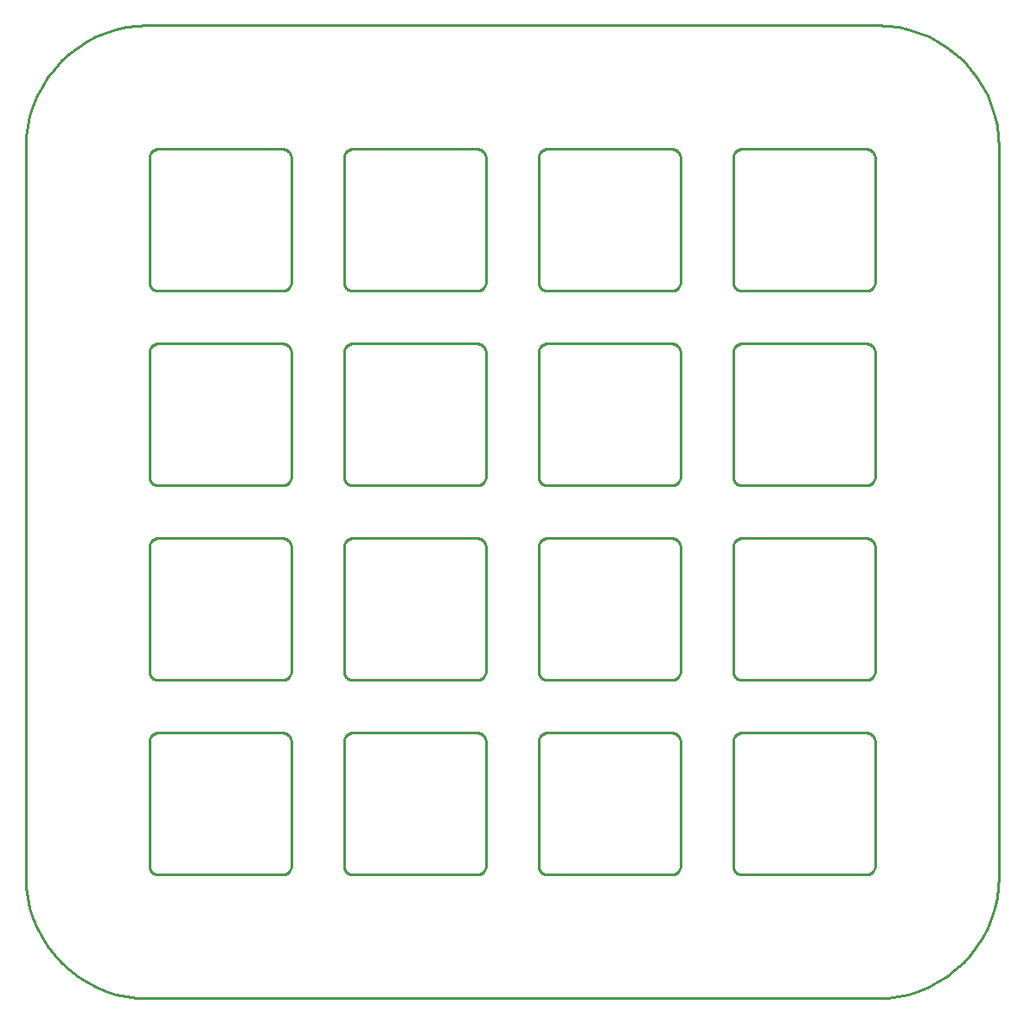
<source format=gbr>
G04 EAGLE Gerber RS-274X export*
G75*
%MOMM*%
%FSLAX34Y34*%
%LPD*%
%IN*%
%IPPOS*%
%AMOC8*
5,1,8,0,0,1.08239X$1,22.5*%
G01*
%ADD10C,0.254000*%


D10*
X0Y119063D02*
X453Y108685D01*
X1809Y98387D01*
X4057Y88247D01*
X7180Y78341D01*
X11155Y68744D01*
X15951Y59531D01*
X21532Y50771D01*
X27855Y42531D01*
X34873Y34873D01*
X42531Y27855D01*
X50771Y21532D01*
X59531Y15951D01*
X68745Y11155D01*
X78341Y7180D01*
X88247Y4057D01*
X98388Y1809D01*
X108686Y453D01*
X119063Y0D01*
X833438Y0D01*
X843815Y453D01*
X854113Y1809D01*
X864253Y4057D01*
X874159Y7180D01*
X883756Y11155D01*
X892969Y15951D01*
X901729Y21532D01*
X909969Y27855D01*
X917627Y34873D01*
X924645Y42531D01*
X930968Y50771D01*
X936549Y59531D01*
X941345Y68745D01*
X945320Y78341D01*
X948443Y88247D01*
X950691Y98388D01*
X952047Y108686D01*
X952500Y119063D01*
X952500Y833438D01*
X952047Y843814D01*
X950691Y854113D01*
X948443Y864253D01*
X945320Y874159D01*
X941345Y883756D01*
X936549Y892969D01*
X930968Y901729D01*
X924645Y909969D01*
X917627Y917627D01*
X909969Y924645D01*
X901729Y930968D01*
X892969Y936549D01*
X883756Y941345D01*
X874159Y945320D01*
X864253Y948443D01*
X854113Y950691D01*
X843814Y952047D01*
X833438Y952500D01*
X119063Y952500D01*
X108686Y952047D01*
X98388Y950691D01*
X88247Y948443D01*
X78341Y945320D01*
X68745Y941345D01*
X59531Y936549D01*
X50771Y930968D01*
X42531Y924645D01*
X34873Y917627D01*
X27855Y909969D01*
X21532Y901729D01*
X15951Y892969D01*
X11155Y883755D01*
X7180Y874159D01*
X4057Y864253D01*
X1809Y854112D01*
X453Y843814D01*
X0Y833438D01*
X0Y119063D01*
X692500Y320188D02*
X692533Y319430D01*
X692632Y318679D01*
X692796Y317939D01*
X693024Y317216D01*
X693314Y316516D01*
X693664Y315844D01*
X694071Y315205D01*
X694533Y314603D01*
X695045Y314045D01*
X695603Y313533D01*
X696205Y313071D01*
X696844Y312664D01*
X697516Y312314D01*
X698216Y312024D01*
X698939Y311796D01*
X699679Y311632D01*
X700430Y311533D01*
X701188Y311500D01*
X822813Y311500D01*
X823570Y311533D01*
X824321Y311632D01*
X825061Y311796D01*
X825784Y312024D01*
X826484Y312314D01*
X827156Y312664D01*
X827795Y313071D01*
X828397Y313533D01*
X828956Y314045D01*
X829468Y314603D01*
X829929Y315205D01*
X830336Y315844D01*
X830686Y316516D01*
X830976Y317216D01*
X831204Y317939D01*
X831368Y318679D01*
X831467Y319430D01*
X831500Y320188D01*
X831500Y441813D01*
X831467Y442570D01*
X831368Y443321D01*
X831204Y444061D01*
X830976Y444784D01*
X830686Y445484D01*
X830336Y446156D01*
X829929Y446795D01*
X829468Y447397D01*
X828956Y447956D01*
X828397Y448468D01*
X827795Y448929D01*
X827156Y449336D01*
X826484Y449686D01*
X825784Y449976D01*
X825061Y450204D01*
X824321Y450368D01*
X823570Y450467D01*
X822813Y450500D01*
X701188Y450500D01*
X700430Y450467D01*
X699679Y450368D01*
X698939Y450204D01*
X698216Y449976D01*
X697516Y449686D01*
X696844Y449336D01*
X696205Y448929D01*
X695603Y448468D01*
X695045Y447956D01*
X694533Y447397D01*
X694071Y446795D01*
X693664Y446156D01*
X693314Y445484D01*
X693024Y444784D01*
X692796Y444061D01*
X692632Y443321D01*
X692533Y442570D01*
X692500Y441813D01*
X692500Y320188D01*
X311500Y129688D02*
X311533Y128930D01*
X311632Y128179D01*
X311796Y127439D01*
X312024Y126716D01*
X312314Y126016D01*
X312664Y125344D01*
X313071Y124705D01*
X313533Y124103D01*
X314045Y123545D01*
X314603Y123033D01*
X315205Y122571D01*
X315844Y122164D01*
X316516Y121814D01*
X317216Y121524D01*
X317939Y121296D01*
X318679Y121132D01*
X319430Y121033D01*
X320188Y121000D01*
X441813Y121000D01*
X442570Y121033D01*
X443321Y121132D01*
X444061Y121296D01*
X444784Y121524D01*
X445484Y121814D01*
X446156Y122164D01*
X446795Y122571D01*
X447397Y123033D01*
X447956Y123545D01*
X448468Y124103D01*
X448929Y124705D01*
X449336Y125344D01*
X449686Y126016D01*
X449976Y126716D01*
X450204Y127439D01*
X450368Y128179D01*
X450467Y128930D01*
X450500Y129688D01*
X450500Y251313D01*
X450467Y252070D01*
X450368Y252821D01*
X450204Y253561D01*
X449976Y254284D01*
X449686Y254984D01*
X449336Y255656D01*
X448929Y256295D01*
X448468Y256897D01*
X447956Y257456D01*
X447397Y257968D01*
X446795Y258429D01*
X446156Y258836D01*
X445484Y259186D01*
X444784Y259476D01*
X444061Y259704D01*
X443321Y259868D01*
X442570Y259967D01*
X441813Y260000D01*
X320188Y260000D01*
X319430Y259967D01*
X318679Y259868D01*
X317939Y259704D01*
X317216Y259476D01*
X316516Y259186D01*
X315844Y258836D01*
X315205Y258429D01*
X314603Y257968D01*
X314045Y257456D01*
X313533Y256897D01*
X313071Y256295D01*
X312664Y255656D01*
X312314Y254984D01*
X312024Y254284D01*
X311796Y253561D01*
X311632Y252821D01*
X311533Y252070D01*
X311500Y251313D01*
X311500Y129688D01*
X692500Y701188D02*
X692533Y700430D01*
X692632Y699679D01*
X692796Y698939D01*
X693024Y698216D01*
X693314Y697516D01*
X693664Y696844D01*
X694071Y696205D01*
X694533Y695603D01*
X695045Y695045D01*
X695603Y694533D01*
X696205Y694071D01*
X696844Y693664D01*
X697516Y693314D01*
X698216Y693024D01*
X698939Y692796D01*
X699679Y692632D01*
X700430Y692533D01*
X701188Y692500D01*
X822813Y692500D01*
X823570Y692533D01*
X824321Y692632D01*
X825061Y692796D01*
X825784Y693024D01*
X826484Y693314D01*
X827156Y693664D01*
X827795Y694071D01*
X828397Y694533D01*
X828956Y695045D01*
X829468Y695603D01*
X829929Y696205D01*
X830336Y696844D01*
X830686Y697516D01*
X830976Y698216D01*
X831204Y698939D01*
X831368Y699679D01*
X831467Y700430D01*
X831500Y701188D01*
X831500Y822813D01*
X831467Y823570D01*
X831368Y824321D01*
X831204Y825061D01*
X830976Y825784D01*
X830686Y826484D01*
X830336Y827156D01*
X829929Y827795D01*
X829468Y828397D01*
X828956Y828956D01*
X828397Y829468D01*
X827795Y829929D01*
X827156Y830336D01*
X826484Y830686D01*
X825784Y830976D01*
X825061Y831204D01*
X824321Y831368D01*
X823570Y831467D01*
X822813Y831500D01*
X701188Y831500D01*
X700430Y831467D01*
X699679Y831368D01*
X698939Y831204D01*
X698216Y830976D01*
X697516Y830686D01*
X696844Y830336D01*
X696205Y829929D01*
X695603Y829468D01*
X695045Y828956D01*
X694533Y828397D01*
X694071Y827795D01*
X693664Y827156D01*
X693314Y826484D01*
X693024Y825784D01*
X692796Y825061D01*
X692632Y824321D01*
X692533Y823570D01*
X692500Y822813D01*
X692500Y701188D01*
X311500Y510688D02*
X311533Y509930D01*
X311632Y509179D01*
X311796Y508439D01*
X312024Y507716D01*
X312314Y507016D01*
X312664Y506344D01*
X313071Y505705D01*
X313533Y505103D01*
X314045Y504545D01*
X314603Y504033D01*
X315205Y503571D01*
X315844Y503164D01*
X316516Y502814D01*
X317216Y502524D01*
X317939Y502296D01*
X318679Y502132D01*
X319430Y502033D01*
X320188Y502000D01*
X441813Y502000D01*
X442570Y502033D01*
X443321Y502132D01*
X444061Y502296D01*
X444784Y502524D01*
X445484Y502814D01*
X446156Y503164D01*
X446795Y503571D01*
X447397Y504033D01*
X447956Y504545D01*
X448468Y505103D01*
X448929Y505705D01*
X449336Y506344D01*
X449686Y507016D01*
X449976Y507716D01*
X450204Y508439D01*
X450368Y509179D01*
X450467Y509930D01*
X450500Y510688D01*
X450500Y632313D01*
X450467Y633070D01*
X450368Y633821D01*
X450204Y634561D01*
X449976Y635284D01*
X449686Y635984D01*
X449336Y636656D01*
X448929Y637295D01*
X448468Y637897D01*
X447956Y638456D01*
X447397Y638968D01*
X446795Y639429D01*
X446156Y639836D01*
X445484Y640186D01*
X444784Y640476D01*
X444061Y640704D01*
X443321Y640868D01*
X442570Y640967D01*
X441813Y641000D01*
X320188Y641000D01*
X319430Y640967D01*
X318679Y640868D01*
X317939Y640704D01*
X317216Y640476D01*
X316516Y640186D01*
X315844Y639836D01*
X315205Y639429D01*
X314603Y638968D01*
X314045Y638456D01*
X313533Y637897D01*
X313071Y637295D01*
X312664Y636656D01*
X312314Y635984D01*
X312024Y635284D01*
X311796Y634561D01*
X311632Y633821D01*
X311533Y633070D01*
X311500Y632313D01*
X311500Y510688D01*
X502000Y701188D02*
X502033Y700430D01*
X502132Y699679D01*
X502296Y698939D01*
X502524Y698216D01*
X502814Y697516D01*
X503164Y696844D01*
X503571Y696205D01*
X504033Y695603D01*
X504545Y695045D01*
X505103Y694533D01*
X505705Y694071D01*
X506344Y693664D01*
X507016Y693314D01*
X507716Y693024D01*
X508439Y692796D01*
X509179Y692632D01*
X509930Y692533D01*
X510688Y692500D01*
X632313Y692500D01*
X633070Y692533D01*
X633821Y692632D01*
X634561Y692796D01*
X635284Y693024D01*
X635984Y693314D01*
X636656Y693664D01*
X637295Y694071D01*
X637897Y694533D01*
X638456Y695045D01*
X638968Y695603D01*
X639429Y696205D01*
X639836Y696844D01*
X640186Y697516D01*
X640476Y698216D01*
X640704Y698939D01*
X640868Y699679D01*
X640967Y700430D01*
X641000Y701188D01*
X641000Y822813D01*
X640967Y823570D01*
X640868Y824321D01*
X640704Y825061D01*
X640476Y825784D01*
X640186Y826484D01*
X639836Y827156D01*
X639429Y827795D01*
X638968Y828397D01*
X638456Y828956D01*
X637897Y829468D01*
X637295Y829929D01*
X636656Y830336D01*
X635984Y830686D01*
X635284Y830976D01*
X634561Y831204D01*
X633821Y831368D01*
X633070Y831467D01*
X632313Y831500D01*
X510688Y831500D01*
X509930Y831467D01*
X509179Y831368D01*
X508439Y831204D01*
X507716Y830976D01*
X507016Y830686D01*
X506344Y830336D01*
X505705Y829929D01*
X505103Y829468D01*
X504545Y828956D01*
X504033Y828397D01*
X503571Y827795D01*
X503164Y827156D01*
X502814Y826484D01*
X502524Y825784D01*
X502296Y825061D01*
X502132Y824321D01*
X502033Y823570D01*
X502000Y822813D01*
X502000Y701188D01*
X121000Y510688D02*
X121033Y509930D01*
X121132Y509179D01*
X121296Y508439D01*
X121524Y507716D01*
X121814Y507016D01*
X122164Y506344D01*
X122571Y505705D01*
X123033Y505103D01*
X123545Y504545D01*
X124103Y504033D01*
X124705Y503571D01*
X125344Y503164D01*
X126016Y502814D01*
X126716Y502524D01*
X127439Y502296D01*
X128179Y502132D01*
X128930Y502033D01*
X129688Y502000D01*
X251313Y502000D01*
X252070Y502033D01*
X252821Y502132D01*
X253561Y502296D01*
X254284Y502524D01*
X254984Y502814D01*
X255656Y503164D01*
X256295Y503571D01*
X256897Y504033D01*
X257456Y504545D01*
X257968Y505103D01*
X258429Y505705D01*
X258836Y506344D01*
X259186Y507016D01*
X259476Y507716D01*
X259704Y508439D01*
X259868Y509179D01*
X259967Y509930D01*
X260000Y510688D01*
X260000Y632313D01*
X259967Y633070D01*
X259868Y633821D01*
X259704Y634561D01*
X259476Y635284D01*
X259186Y635984D01*
X258836Y636656D01*
X258429Y637295D01*
X257968Y637897D01*
X257456Y638456D01*
X256897Y638968D01*
X256295Y639429D01*
X255656Y639836D01*
X254984Y640186D01*
X254284Y640476D01*
X253561Y640704D01*
X252821Y640868D01*
X252070Y640967D01*
X251313Y641000D01*
X129688Y641000D01*
X128930Y640967D01*
X128179Y640868D01*
X127439Y640704D01*
X126716Y640476D01*
X126016Y640186D01*
X125344Y639836D01*
X124705Y639429D01*
X124103Y638968D01*
X123545Y638456D01*
X123033Y637897D01*
X122571Y637295D01*
X122164Y636656D01*
X121814Y635984D01*
X121524Y635284D01*
X121296Y634561D01*
X121132Y633821D01*
X121033Y633070D01*
X121000Y632313D01*
X121000Y510688D01*
X121000Y129688D02*
X121033Y128930D01*
X121132Y128179D01*
X121296Y127439D01*
X121524Y126716D01*
X121814Y126016D01*
X122164Y125344D01*
X122571Y124705D01*
X123033Y124103D01*
X123545Y123545D01*
X124103Y123033D01*
X124705Y122571D01*
X125344Y122164D01*
X126016Y121814D01*
X126716Y121524D01*
X127439Y121296D01*
X128179Y121132D01*
X128930Y121033D01*
X129688Y121000D01*
X251313Y121000D01*
X252070Y121033D01*
X252821Y121132D01*
X253561Y121296D01*
X254284Y121524D01*
X254984Y121814D01*
X255656Y122164D01*
X256295Y122571D01*
X256897Y123033D01*
X257456Y123545D01*
X257968Y124103D01*
X258429Y124705D01*
X258836Y125344D01*
X259186Y126016D01*
X259476Y126716D01*
X259704Y127439D01*
X259868Y128179D01*
X259967Y128930D01*
X260000Y129688D01*
X260000Y251313D01*
X259967Y252070D01*
X259868Y252821D01*
X259704Y253561D01*
X259476Y254284D01*
X259186Y254984D01*
X258836Y255656D01*
X258429Y256295D01*
X257968Y256897D01*
X257456Y257456D01*
X256897Y257968D01*
X256295Y258429D01*
X255656Y258836D01*
X254984Y259186D01*
X254284Y259476D01*
X253561Y259704D01*
X252821Y259868D01*
X252070Y259967D01*
X251313Y260000D01*
X129688Y260000D01*
X128930Y259967D01*
X128179Y259868D01*
X127439Y259704D01*
X126716Y259476D01*
X126016Y259186D01*
X125344Y258836D01*
X124705Y258429D01*
X124103Y257968D01*
X123545Y257456D01*
X123033Y256897D01*
X122571Y256295D01*
X122164Y255656D01*
X121814Y254984D01*
X121524Y254284D01*
X121296Y253561D01*
X121132Y252821D01*
X121033Y252070D01*
X121000Y251313D01*
X121000Y129688D01*
X502000Y320188D02*
X502033Y319430D01*
X502132Y318679D01*
X502296Y317939D01*
X502524Y317216D01*
X502814Y316516D01*
X503164Y315844D01*
X503571Y315205D01*
X504033Y314603D01*
X504545Y314045D01*
X505103Y313533D01*
X505705Y313071D01*
X506344Y312664D01*
X507016Y312314D01*
X507716Y312024D01*
X508439Y311796D01*
X509179Y311632D01*
X509930Y311533D01*
X510688Y311500D01*
X632313Y311500D01*
X633070Y311533D01*
X633821Y311632D01*
X634561Y311796D01*
X635284Y312024D01*
X635984Y312314D01*
X636656Y312664D01*
X637295Y313071D01*
X637897Y313533D01*
X638456Y314045D01*
X638968Y314603D01*
X639429Y315205D01*
X639836Y315844D01*
X640186Y316516D01*
X640476Y317216D01*
X640704Y317939D01*
X640868Y318679D01*
X640967Y319430D01*
X641000Y320188D01*
X641000Y441813D01*
X640967Y442570D01*
X640868Y443321D01*
X640704Y444061D01*
X640476Y444784D01*
X640186Y445484D01*
X639836Y446156D01*
X639429Y446795D01*
X638968Y447397D01*
X638456Y447956D01*
X637897Y448468D01*
X637295Y448929D01*
X636656Y449336D01*
X635984Y449686D01*
X635284Y449976D01*
X634561Y450204D01*
X633821Y450368D01*
X633070Y450467D01*
X632313Y450500D01*
X510688Y450500D01*
X509930Y450467D01*
X509179Y450368D01*
X508439Y450204D01*
X507716Y449976D01*
X507016Y449686D01*
X506344Y449336D01*
X505705Y448929D01*
X505103Y448468D01*
X504545Y447956D01*
X504033Y447397D01*
X503571Y446795D01*
X503164Y446156D01*
X502814Y445484D01*
X502524Y444784D01*
X502296Y444061D01*
X502132Y443321D01*
X502033Y442570D01*
X502000Y441813D01*
X502000Y320188D01*
X692500Y129688D02*
X692533Y128930D01*
X692632Y128179D01*
X692796Y127439D01*
X693024Y126716D01*
X693314Y126016D01*
X693664Y125344D01*
X694071Y124705D01*
X694533Y124103D01*
X695045Y123545D01*
X695603Y123033D01*
X696205Y122571D01*
X696844Y122164D01*
X697516Y121814D01*
X698216Y121524D01*
X698939Y121296D01*
X699679Y121132D01*
X700430Y121033D01*
X701188Y121000D01*
X822813Y121000D01*
X823570Y121033D01*
X824321Y121132D01*
X825061Y121296D01*
X825784Y121524D01*
X826484Y121814D01*
X827156Y122164D01*
X827795Y122571D01*
X828397Y123033D01*
X828956Y123545D01*
X829468Y124103D01*
X829929Y124705D01*
X830336Y125344D01*
X830686Y126016D01*
X830976Y126716D01*
X831204Y127439D01*
X831368Y128179D01*
X831467Y128930D01*
X831500Y129688D01*
X831500Y251313D01*
X831467Y252070D01*
X831368Y252821D01*
X831204Y253561D01*
X830976Y254284D01*
X830686Y254984D01*
X830336Y255656D01*
X829929Y256295D01*
X829468Y256897D01*
X828956Y257456D01*
X828397Y257968D01*
X827795Y258429D01*
X827156Y258836D01*
X826484Y259186D01*
X825784Y259476D01*
X825061Y259704D01*
X824321Y259868D01*
X823570Y259967D01*
X822813Y260000D01*
X701188Y260000D01*
X700430Y259967D01*
X699679Y259868D01*
X698939Y259704D01*
X698216Y259476D01*
X697516Y259186D01*
X696844Y258836D01*
X696205Y258429D01*
X695603Y257968D01*
X695045Y257456D01*
X694533Y256897D01*
X694071Y256295D01*
X693664Y255656D01*
X693314Y254984D01*
X693024Y254284D01*
X692796Y253561D01*
X692632Y252821D01*
X692533Y252070D01*
X692500Y251313D01*
X692500Y129688D01*
X692500Y510688D02*
X692533Y509930D01*
X692632Y509179D01*
X692796Y508439D01*
X693024Y507716D01*
X693314Y507016D01*
X693664Y506344D01*
X694071Y505705D01*
X694533Y505103D01*
X695045Y504545D01*
X695603Y504033D01*
X696205Y503571D01*
X696844Y503164D01*
X697516Y502814D01*
X698216Y502524D01*
X698939Y502296D01*
X699679Y502132D01*
X700430Y502033D01*
X701188Y502000D01*
X822813Y502000D01*
X823570Y502033D01*
X824321Y502132D01*
X825061Y502296D01*
X825784Y502524D01*
X826484Y502814D01*
X827156Y503164D01*
X827795Y503571D01*
X828397Y504033D01*
X828956Y504545D01*
X829468Y505103D01*
X829929Y505705D01*
X830336Y506344D01*
X830686Y507016D01*
X830976Y507716D01*
X831204Y508439D01*
X831368Y509179D01*
X831467Y509930D01*
X831500Y510688D01*
X831500Y632313D01*
X831467Y633070D01*
X831368Y633821D01*
X831204Y634561D01*
X830976Y635284D01*
X830686Y635984D01*
X830336Y636656D01*
X829929Y637295D01*
X829468Y637897D01*
X828956Y638456D01*
X828397Y638968D01*
X827795Y639429D01*
X827156Y639836D01*
X826484Y640186D01*
X825784Y640476D01*
X825061Y640704D01*
X824321Y640868D01*
X823570Y640967D01*
X822813Y641000D01*
X701188Y641000D01*
X700430Y640967D01*
X699679Y640868D01*
X698939Y640704D01*
X698216Y640476D01*
X697516Y640186D01*
X696844Y639836D01*
X696205Y639429D01*
X695603Y638968D01*
X695045Y638456D01*
X694533Y637897D01*
X694071Y637295D01*
X693664Y636656D01*
X693314Y635984D01*
X693024Y635284D01*
X692796Y634561D01*
X692632Y633821D01*
X692533Y633070D01*
X692500Y632313D01*
X692500Y510688D01*
X311500Y320188D02*
X311533Y319430D01*
X311632Y318679D01*
X311796Y317939D01*
X312024Y317216D01*
X312314Y316516D01*
X312664Y315844D01*
X313071Y315205D01*
X313533Y314603D01*
X314045Y314045D01*
X314603Y313533D01*
X315205Y313071D01*
X315844Y312664D01*
X316516Y312314D01*
X317216Y312024D01*
X317939Y311796D01*
X318679Y311632D01*
X319430Y311533D01*
X320188Y311500D01*
X441813Y311500D01*
X442570Y311533D01*
X443321Y311632D01*
X444061Y311796D01*
X444784Y312024D01*
X445484Y312314D01*
X446156Y312664D01*
X446795Y313071D01*
X447397Y313533D01*
X447956Y314045D01*
X448468Y314603D01*
X448929Y315205D01*
X449336Y315844D01*
X449686Y316516D01*
X449976Y317216D01*
X450204Y317939D01*
X450368Y318679D01*
X450467Y319430D01*
X450500Y320188D01*
X450500Y441813D01*
X450467Y442570D01*
X450368Y443321D01*
X450204Y444061D01*
X449976Y444784D01*
X449686Y445484D01*
X449336Y446156D01*
X448929Y446795D01*
X448468Y447397D01*
X447956Y447956D01*
X447397Y448468D01*
X446795Y448929D01*
X446156Y449336D01*
X445484Y449686D01*
X444784Y449976D01*
X444061Y450204D01*
X443321Y450368D01*
X442570Y450467D01*
X441813Y450500D01*
X320188Y450500D01*
X319430Y450467D01*
X318679Y450368D01*
X317939Y450204D01*
X317216Y449976D01*
X316516Y449686D01*
X315844Y449336D01*
X315205Y448929D01*
X314603Y448468D01*
X314045Y447956D01*
X313533Y447397D01*
X313071Y446795D01*
X312664Y446156D01*
X312314Y445484D01*
X312024Y444784D01*
X311796Y444061D01*
X311632Y443321D01*
X311533Y442570D01*
X311500Y441813D01*
X311500Y320188D01*
X311500Y701188D02*
X311533Y700430D01*
X311632Y699679D01*
X311796Y698939D01*
X312024Y698216D01*
X312314Y697516D01*
X312664Y696844D01*
X313071Y696205D01*
X313533Y695603D01*
X314045Y695045D01*
X314603Y694533D01*
X315205Y694071D01*
X315844Y693664D01*
X316516Y693314D01*
X317216Y693024D01*
X317939Y692796D01*
X318679Y692632D01*
X319430Y692533D01*
X320188Y692500D01*
X441813Y692500D01*
X442570Y692533D01*
X443321Y692632D01*
X444061Y692796D01*
X444784Y693024D01*
X445484Y693314D01*
X446156Y693664D01*
X446795Y694071D01*
X447397Y694533D01*
X447956Y695045D01*
X448468Y695603D01*
X448929Y696205D01*
X449336Y696844D01*
X449686Y697516D01*
X449976Y698216D01*
X450204Y698939D01*
X450368Y699679D01*
X450467Y700430D01*
X450500Y701188D01*
X450500Y822813D01*
X450467Y823570D01*
X450368Y824321D01*
X450204Y825061D01*
X449976Y825784D01*
X449686Y826484D01*
X449336Y827156D01*
X448929Y827795D01*
X448468Y828397D01*
X447956Y828956D01*
X447397Y829468D01*
X446795Y829929D01*
X446156Y830336D01*
X445484Y830686D01*
X444784Y830976D01*
X444061Y831204D01*
X443321Y831368D01*
X442570Y831467D01*
X441813Y831500D01*
X320188Y831500D01*
X319430Y831467D01*
X318679Y831368D01*
X317939Y831204D01*
X317216Y830976D01*
X316516Y830686D01*
X315844Y830336D01*
X315205Y829929D01*
X314603Y829468D01*
X314045Y828956D01*
X313533Y828397D01*
X313071Y827795D01*
X312664Y827156D01*
X312314Y826484D01*
X312024Y825784D01*
X311796Y825061D01*
X311632Y824321D01*
X311533Y823570D01*
X311500Y822813D01*
X311500Y701188D01*
X502000Y510688D02*
X502033Y509930D01*
X502132Y509179D01*
X502296Y508439D01*
X502524Y507716D01*
X502814Y507016D01*
X503164Y506344D01*
X503571Y505705D01*
X504033Y505103D01*
X504545Y504545D01*
X505103Y504033D01*
X505705Y503571D01*
X506344Y503164D01*
X507016Y502814D01*
X507716Y502524D01*
X508439Y502296D01*
X509179Y502132D01*
X509930Y502033D01*
X510688Y502000D01*
X632313Y502000D01*
X633070Y502033D01*
X633821Y502132D01*
X634561Y502296D01*
X635284Y502524D01*
X635984Y502814D01*
X636656Y503164D01*
X637295Y503571D01*
X637897Y504033D01*
X638456Y504545D01*
X638968Y505103D01*
X639429Y505705D01*
X639836Y506344D01*
X640186Y507016D01*
X640476Y507716D01*
X640704Y508439D01*
X640868Y509179D01*
X640967Y509930D01*
X641000Y510688D01*
X641000Y632313D01*
X640967Y633070D01*
X640868Y633821D01*
X640704Y634561D01*
X640476Y635284D01*
X640186Y635984D01*
X639836Y636656D01*
X639429Y637295D01*
X638968Y637897D01*
X638456Y638456D01*
X637897Y638968D01*
X637295Y639429D01*
X636656Y639836D01*
X635984Y640186D01*
X635284Y640476D01*
X634561Y640704D01*
X633821Y640868D01*
X633070Y640967D01*
X632313Y641000D01*
X510688Y641000D01*
X509930Y640967D01*
X509179Y640868D01*
X508439Y640704D01*
X507716Y640476D01*
X507016Y640186D01*
X506344Y639836D01*
X505705Y639429D01*
X505103Y638968D01*
X504545Y638456D01*
X504033Y637897D01*
X503571Y637295D01*
X503164Y636656D01*
X502814Y635984D01*
X502524Y635284D01*
X502296Y634561D01*
X502132Y633821D01*
X502033Y633070D01*
X502000Y632313D01*
X502000Y510688D01*
X502000Y129688D02*
X502033Y128930D01*
X502132Y128179D01*
X502296Y127439D01*
X502524Y126716D01*
X502814Y126016D01*
X503164Y125344D01*
X503571Y124705D01*
X504033Y124103D01*
X504545Y123545D01*
X505103Y123033D01*
X505705Y122571D01*
X506344Y122164D01*
X507016Y121814D01*
X507716Y121524D01*
X508439Y121296D01*
X509179Y121132D01*
X509930Y121033D01*
X510688Y121000D01*
X632313Y121000D01*
X633070Y121033D01*
X633821Y121132D01*
X634561Y121296D01*
X635284Y121524D01*
X635984Y121814D01*
X636656Y122164D01*
X637295Y122571D01*
X637897Y123033D01*
X638456Y123545D01*
X638968Y124103D01*
X639429Y124705D01*
X639836Y125344D01*
X640186Y126016D01*
X640476Y126716D01*
X640704Y127439D01*
X640868Y128179D01*
X640967Y128930D01*
X641000Y129688D01*
X641000Y251313D01*
X640967Y252070D01*
X640868Y252821D01*
X640704Y253561D01*
X640476Y254284D01*
X640186Y254984D01*
X639836Y255656D01*
X639429Y256295D01*
X638968Y256897D01*
X638456Y257456D01*
X637897Y257968D01*
X637295Y258429D01*
X636656Y258836D01*
X635984Y259186D01*
X635284Y259476D01*
X634561Y259704D01*
X633821Y259868D01*
X633070Y259967D01*
X632313Y260000D01*
X510688Y260000D01*
X509930Y259967D01*
X509179Y259868D01*
X508439Y259704D01*
X507716Y259476D01*
X507016Y259186D01*
X506344Y258836D01*
X505705Y258429D01*
X505103Y257968D01*
X504545Y257456D01*
X504033Y256897D01*
X503571Y256295D01*
X503164Y255656D01*
X502814Y254984D01*
X502524Y254284D01*
X502296Y253561D01*
X502132Y252821D01*
X502033Y252070D01*
X502000Y251313D01*
X502000Y129688D01*
X121000Y701188D02*
X121033Y700430D01*
X121132Y699679D01*
X121296Y698939D01*
X121524Y698216D01*
X121814Y697516D01*
X122164Y696844D01*
X122571Y696205D01*
X123033Y695603D01*
X123545Y695045D01*
X124103Y694533D01*
X124705Y694071D01*
X125344Y693664D01*
X126016Y693314D01*
X126716Y693024D01*
X127439Y692796D01*
X128179Y692632D01*
X128930Y692533D01*
X129688Y692500D01*
X251313Y692500D01*
X252070Y692533D01*
X252821Y692632D01*
X253561Y692796D01*
X254284Y693024D01*
X254984Y693314D01*
X255656Y693664D01*
X256295Y694071D01*
X256897Y694533D01*
X257456Y695045D01*
X257968Y695603D01*
X258429Y696205D01*
X258836Y696844D01*
X259186Y697516D01*
X259476Y698216D01*
X259704Y698939D01*
X259868Y699679D01*
X259967Y700430D01*
X260000Y701188D01*
X260000Y822813D01*
X259967Y823570D01*
X259868Y824321D01*
X259704Y825061D01*
X259476Y825784D01*
X259186Y826484D01*
X258836Y827156D01*
X258429Y827795D01*
X257968Y828397D01*
X257456Y828956D01*
X256897Y829468D01*
X256295Y829929D01*
X255656Y830336D01*
X254984Y830686D01*
X254284Y830976D01*
X253561Y831204D01*
X252821Y831368D01*
X252070Y831467D01*
X251313Y831500D01*
X129688Y831500D01*
X128930Y831467D01*
X128179Y831368D01*
X127439Y831204D01*
X126716Y830976D01*
X126016Y830686D01*
X125344Y830336D01*
X124705Y829929D01*
X124103Y829468D01*
X123545Y828956D01*
X123033Y828397D01*
X122571Y827795D01*
X122164Y827156D01*
X121814Y826484D01*
X121524Y825784D01*
X121296Y825061D01*
X121132Y824321D01*
X121033Y823570D01*
X121000Y822813D01*
X121000Y701188D01*
X121000Y320188D02*
X121033Y319430D01*
X121132Y318679D01*
X121296Y317939D01*
X121524Y317216D01*
X121814Y316516D01*
X122164Y315844D01*
X122571Y315205D01*
X123033Y314603D01*
X123545Y314045D01*
X124103Y313533D01*
X124705Y313071D01*
X125344Y312664D01*
X126016Y312314D01*
X126716Y312024D01*
X127439Y311796D01*
X128179Y311632D01*
X128930Y311533D01*
X129688Y311500D01*
X251313Y311500D01*
X252070Y311533D01*
X252821Y311632D01*
X253561Y311796D01*
X254284Y312024D01*
X254984Y312314D01*
X255656Y312664D01*
X256295Y313071D01*
X256897Y313533D01*
X257456Y314045D01*
X257968Y314603D01*
X258429Y315205D01*
X258836Y315844D01*
X259186Y316516D01*
X259476Y317216D01*
X259704Y317939D01*
X259868Y318679D01*
X259967Y319430D01*
X260000Y320188D01*
X260000Y441813D01*
X259967Y442570D01*
X259868Y443321D01*
X259704Y444061D01*
X259476Y444784D01*
X259186Y445484D01*
X258836Y446156D01*
X258429Y446795D01*
X257968Y447397D01*
X257456Y447956D01*
X256897Y448468D01*
X256295Y448929D01*
X255656Y449336D01*
X254984Y449686D01*
X254284Y449976D01*
X253561Y450204D01*
X252821Y450368D01*
X252070Y450467D01*
X251313Y450500D01*
X129688Y450500D01*
X128930Y450467D01*
X128179Y450368D01*
X127439Y450204D01*
X126716Y449976D01*
X126016Y449686D01*
X125344Y449336D01*
X124705Y448929D01*
X124103Y448468D01*
X123545Y447956D01*
X123033Y447397D01*
X122571Y446795D01*
X122164Y446156D01*
X121814Y445484D01*
X121524Y444784D01*
X121296Y444061D01*
X121132Y443321D01*
X121033Y442570D01*
X121000Y441813D01*
X121000Y320188D01*
M02*

</source>
